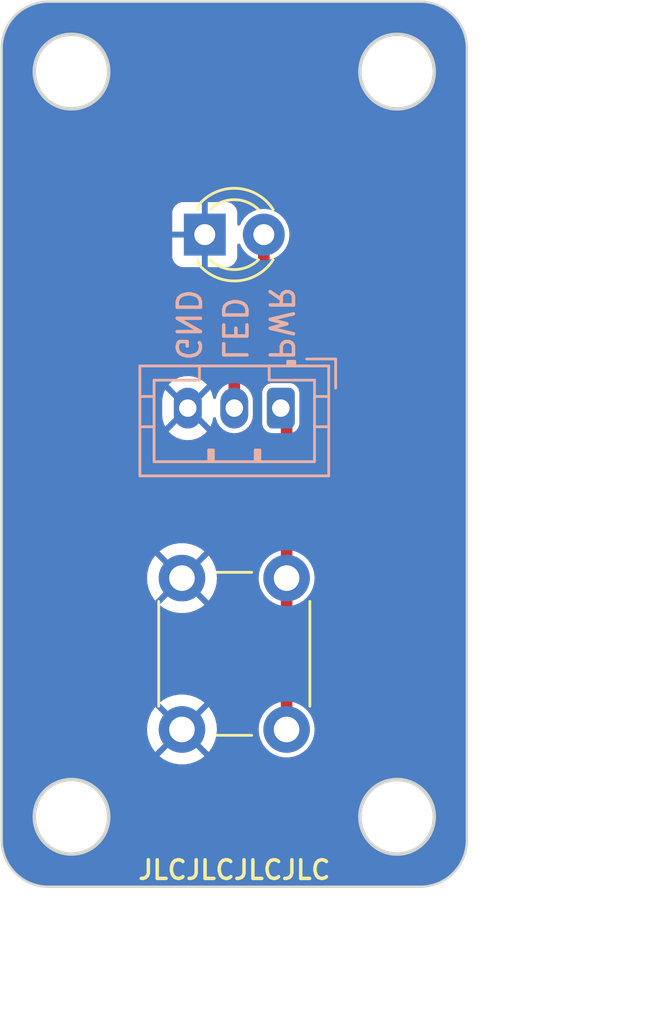
<source format=kicad_pcb>
(kicad_pcb (version 20221018) (generator pcbnew)
  (layers (0 "F.Cu" signal) (31 "B.Cu" signal) (34 "B.Paste" user) (35 "F.Paste" user) (36 "B.SilkS" user "B.Silkscreen") (37 "F.SilkS" user "F.Silkscreen") (38 "B.Mask" user) (39 "F.Mask" user) (44 "Edge.Cuts" user))
  (net 0 "")
  (net 1 "/ActivityLED")
  (net 2 "/PowerBtn")
  (net 3 "/Gnd")
  (footprint "Button_Switch_THT:SW_PUSH_6mm_H4.3mm" (layer "F.Cu") (at 137.75 101.25 90)
    (fp_text reference "SW1" hide)
    (fp_text value "Power")
    (fp_line (start -0.25 1.5) (end -0.25 3) (stroke (width 0.12)) (layer "F.SilkS"))
    (fp_line (start 1 5.5) (end 5.5 5.5) (stroke (width 0.12)) (layer "F.SilkS"))
    (fp_line (start 5.5 -1) (end 1 -1) (stroke (width 0.12)) (layer "F.SilkS"))
    (fp_line (start 6.75 3) (end 6.75 1.5) (stroke (width 0.12)) (layer "F.SilkS"))
    (pad "1" thru_hole circle (at 0 0 180) (size 2 2) (drill 1.1) (layers "*.Cu" "*.Mask") (net 3 "/Gnd"))
    (pad "1" thru_hole circle (at 6.5 0 180) (size 2 2) (drill 1.1) (layers "*.Cu" "*.Mask") (net 3 "/Gnd"))
    (pad "2" thru_hole circle (at 0 4.5 180) (size 2 2) (drill 1.1) (layers "*.Cu" "*.Mask") (net 2 "/PowerBtn"))
    (pad "2" thru_hole circle (at 6.5 4.5 180) (size 2 2) (drill 1.1) (layers "*.Cu" "*.Mask") (net 2 "/PowerBtn"))
  )
  (footprint "LED_THT:LED_D3.0mm" (layer "F.Cu") (at 140 80)
    (fp_text reference "D1" hide)
    (fp_text value "LED")
    (fp_line (start -1.56 -1.236) (end -1.56 -1.08) (stroke (width 0.12)) (layer "F.SilkS"))
    (fp_line (start -1.56 1.08) (end -1.56 1.236) (stroke (width 0.12)) (layer "F.SilkS"))
    (fp_arc (start -1.56 -1.235516) (mid 0.096487 -1.987659) (end 1.672335 -1.078608) (stroke (width 0.12)) (layer "F.SilkS"))
    (fp_arc (start -1.040961 -1.08) (mid 0.000117 -1.5) (end 1.04113 -1.079837) (stroke (width 0.12)) (layer "F.SilkS"))
    (fp_arc (start 1.04113 1.079837) (mid 0.000117 1.5) (end -1.040961 1.08) (stroke (width 0.12)) (layer "F.SilkS"))
    (fp_arc (start 1.672335 1.078608) (mid 0.096487 1.987659) (end -1.56 1.235516) (stroke (width 0.12)) (layer "F.SilkS"))
    (pad "1" thru_hole rect (at -1.27 0) (size 1.8 1.8) (drill 0.9) (layers "*.Cu" "*.Mask") (net 3 "/Gnd"))
    (pad "2" thru_hole circle (at 1.27 0) (size 1.8 1.8) (drill 0.9) (layers "*.Cu" "*.Mask") (net 1 "/ActivityLED"))
  )
  (footprint "Connector_JST:JST_PH_B3B-PH-K_1x03_P2.00mm_Vertical" (layer "B.Cu") (at 142 87.45 180)
    (fp_text reference "J1" hide)
    (fp_text value "Controller")
    (fp_line (start -2.36 2.11) (end -2.36 0.86) (stroke (width 0.12)) (layer "B.SilkS"))
    (fp_line (start -2.06 -2.91) (end 6.06 -2.91) (stroke (width 0.12)) (layer "B.SilkS"))
    (fp_line (start -2.06 -0.8) (end -1.45 -0.8) (stroke (width 0.12)) (layer "B.SilkS"))
    (fp_line (start -2.06 0.5) (end -1.45 0.5) (stroke (width 0.12)) (layer "B.SilkS"))
    (fp_line (start -2.06 1.81) (end -2.06 -2.91) (stroke (width 0.12)) (layer "B.SilkS"))
    (fp_line (start -1.45 -2.3) (end 5.45 -2.3) (stroke (width 0.12)) (layer "B.SilkS"))
    (fp_line (start -1.45 1.2) (end -1.45 -2.3) (stroke (width 0.12)) (layer "B.SilkS"))
    (fp_line (start -1.11 2.11) (end -2.36 2.11) (stroke (width 0.12)) (layer "B.SilkS"))
    (fp_line (start -0.6 2.01) (end -0.6 1.81) (stroke (width 0.12)) (layer "B.SilkS"))
    (fp_line (start -0.3 1.81) (end -0.3 2.01) (stroke (width 0.12)) (layer "B.SilkS"))
    (fp_line (start -0.3 1.91) (end -0.6 1.91) (stroke (width 0.12)) (layer "B.SilkS"))
    (fp_line (start -0.3 2.01) (end -0.6 2.01) (stroke (width 0.12)) (layer "B.SilkS"))
    (fp_line (start 0.5 1.2) (end -1.45 1.2) (stroke (width 0.12)) (layer "B.SilkS"))
    (fp_line (start 0.5 1.81) (end 0.5 1.2) (stroke (width 0.12)) (layer "B.SilkS"))
    (fp_line (start 0.9 -2.3) (end 0.9 -1.8) (stroke (width 0.12)) (layer "B.SilkS"))
    (fp_line (start 0.9 -1.8) (end 1.1 -1.8) (stroke (width 0.12)) (layer "B.SilkS"))
    (fp_line (start 1 -2.3) (end 1 -1.8) (stroke (width 0.12)) (layer "B.SilkS"))
    (fp_line (start 1.1 -1.8) (end 1.1 -2.3) (stroke (width 0.12)) (layer "B.SilkS"))
    (fp_line (start 2.9 -2.3) (end 2.9 -1.8) (stroke (width 0.12)) (layer "B.SilkS"))
    (fp_line (start 2.9 -1.8) (end 3.1 -1.8) (stroke (width 0.12)) (layer "B.SilkS"))
    (fp_line (start 3 -2.3) (end 3 -1.8) (stroke (width 0.12)) (layer "B.SilkS"))
    (fp_line (start 3.1 -1.8) (end 3.1 -2.3) (stroke (width 0.12)) (layer "B.SilkS"))
    (fp_line (start 3.5 1.2) (end 3.5 1.81) (stroke (width 0.12)) (layer "B.SilkS"))
    (fp_line (start 5.45 -2.3) (end 5.45 1.2) (stroke (width 0.12)) (layer "B.SilkS"))
    (fp_line (start 5.45 1.2) (end 3.5 1.2) (stroke (width 0.12)) (layer "B.SilkS"))
    (fp_line (start 6.06 -2.91) (end 6.06 1.81) (stroke (width 0.12)) (layer "B.SilkS"))
    (fp_line (start 6.06 -0.8) (end 5.45 -0.8) (stroke (width 0.12)) (layer "B.SilkS"))
    (fp_line (start 6.06 0.5) (end 5.45 0.5) (stroke (width 0.12)) (layer "B.SilkS"))
    (fp_line (start 6.06 1.81) (end -2.06 1.81) (stroke (width 0.12)) (layer "B.SilkS"))
    (pad "1" thru_hole roundrect (at 0 0 180) (size 1.2 1.75) (drill 0.75) (layers "*.Cu" "*.Mask") (roundrect_rratio 0.2083333333) (net 2 "/PowerBtn"))
    (pad "2" thru_hole oval (at 2 0 180) (size 1.2 1.75) (drill 0.75) (layers "*.Cu" "*.Mask") (net 1 "/ActivityLED"))
    (pad "3" thru_hole oval (at 4 0 180) (size 1.2 1.75) (drill 0.75) (layers "*.Cu" "*.Mask") (net 3 "/Gnd"))
  )
  (gr_poly (pts (arc (start 148 108) (mid 149.414214 107.414214) (end 150 106)) (arc (start 150 72) (mid 149.414214 70.585786) (end 148 70)) (arc (start 132 70) (mid 130.585786 70.585786) (end 130 72)) (arc (start 130 106) (mid 130.585786 107.414214) (end 132 108))) (stroke (width 0.1)) (fill none) (layer "Edge.Cuts"))
  (gr_circle (center 133 105) (end 134.6 105) (stroke (width 0.15)) (fill none) (layer "Edge.Cuts"))
  (gr_circle (center 147 105) (end 148.6 105) (stroke (width 0.15)) (fill none) (layer "Edge.Cuts"))
  (gr_circle (center 147 73) (end 148.6 73) (stroke (width 0.15)) (fill none) (layer "Edge.Cuts"))
  (gr_circle (center 133 73) (end 134.6 73) (stroke (width 0.15)) (fill none) (layer "Edge.Cuts"))
  (gr_text "PWR" (at 142 85.5 -90) (layer "B.SilkS") (effects (font (size 1 1)) (justify left mirror)))
  (gr_text "GND" (at 138 85.5 -90) (layer "B.SilkS") (effects (font (size 1 1)) (justify left mirror)))
  (gr_text "LED" (at 140 85.5 -90) (layer "B.SilkS") (effects (font (size 1 1)) (justify left mirror)))
  (gr_text "JLCJLCJLCJLC" (at 140 107.75) (layer "F.SilkS") (effects (font (size 0.8 0.8)) (justify bottom)))
  (segment (start 140 85) (end 141.27 83.73) (width 0.5) (layer "F.Cu") (net 1))
  (segment (start 140 87.45) (end 140 85) (width 0.5) (layer "F.Cu") (net 1))
  (segment (start 141.27 83.73) (end 141.27 80) (width 0.5) (layer "F.Cu") (net 1))
  (segment (start 142.25 87.7) (end 142 87.45) (width 0.5) (layer "F.Cu") (net 2))
  (segment (start 142.25 94.75) (end 142.25 101.25) (width 0.5) (layer "F.Cu") (net 2))
  (segment (start 142.25 94.75) (end 142.25 87.7) (width 0.5) (layer "F.Cu") (net 2))
  (zone (net 3) (net_name "/Gnd") (layers "F&B.Cu") (connect_pads (clearance 0.2)) (min_thickness 0.127) (fill yes (thermal_gap 0.5) (thermal_bridge_width 0.25))
    (polygon (pts (xy 130 70) (xy 150 70) (xy 150 108) (xy 130 108)))
  )
)
</source>
